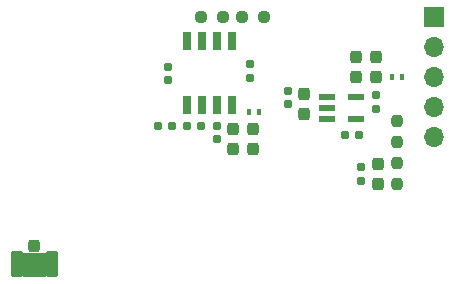
<source format=gbr>
%TF.GenerationSoftware,KiCad,Pcbnew,7.0.10*%
%TF.CreationDate,2024-02-25T20:31:22-06:00*%
%TF.ProjectId,IFBoard,4946426f-6172-4642-9e6b-696361645f70,rev?*%
%TF.SameCoordinates,Original*%
%TF.FileFunction,Soldermask,Top*%
%TF.FilePolarity,Negative*%
%FSLAX46Y46*%
G04 Gerber Fmt 4.6, Leading zero omitted, Abs format (unit mm)*
G04 Created by KiCad (PCBNEW 7.0.10) date 2024-02-25 20:31:22*
%MOMM*%
%LPD*%
G01*
G04 APERTURE LIST*
G04 Aperture macros list*
%AMRoundRect*
0 Rectangle with rounded corners*
0 $1 Rounding radius*
0 $2 $3 $4 $5 $6 $7 $8 $9 X,Y pos of 4 corners*
0 Add a 4 corners polygon primitive as box body*
4,1,4,$2,$3,$4,$5,$6,$7,$8,$9,$2,$3,0*
0 Add four circle primitives for the rounded corners*
1,1,$1+$1,$2,$3*
1,1,$1+$1,$4,$5*
1,1,$1+$1,$6,$7*
1,1,$1+$1,$8,$9*
0 Add four rect primitives between the rounded corners*
20,1,$1+$1,$2,$3,$4,$5,0*
20,1,$1+$1,$4,$5,$6,$7,0*
20,1,$1+$1,$6,$7,$8,$9,0*
20,1,$1+$1,$8,$9,$2,$3,0*%
G04 Aperture macros list end*
%ADD10R,0.400000X0.500000*%
%ADD11R,1.473200X0.558800*%
%ADD12RoundRect,0.237500X-0.237500X0.300000X-0.237500X-0.300000X0.237500X-0.300000X0.237500X0.300000X0*%
%ADD13RoundRect,0.155000X-0.155000X0.212500X-0.155000X-0.212500X0.155000X-0.212500X0.155000X0.212500X0*%
%ADD14RoundRect,0.237500X0.250000X0.237500X-0.250000X0.237500X-0.250000X-0.237500X0.250000X-0.237500X0*%
%ADD15RoundRect,0.160000X0.197500X0.160000X-0.197500X0.160000X-0.197500X-0.160000X0.197500X-0.160000X0*%
%ADD16RoundRect,0.237500X-0.237500X0.250000X-0.237500X-0.250000X0.237500X-0.250000X0.237500X0.250000X0*%
%ADD17R,1.700000X1.700000*%
%ADD18O,1.700000X1.700000*%
%ADD19RoundRect,0.237500X0.237500X-0.300000X0.237500X0.300000X-0.237500X0.300000X-0.237500X-0.300000X0*%
%ADD20RoundRect,0.250000X-0.250000X0.275000X-0.250000X-0.275000X0.250000X-0.275000X0.250000X0.275000X0*%
%ADD21RoundRect,0.250000X-0.275000X0.850000X-0.275000X-0.850000X0.275000X-0.850000X0.275000X0.850000X0*%
%ADD22R,0.650000X1.526000*%
G04 APERTURE END LIST*
%TO.C,J2*%
G36*
X104740000Y-125285000D02*
G01*
X102860000Y-125285000D01*
X102860000Y-127375000D01*
X104740000Y-127375000D01*
X104740000Y-125285000D01*
G37*
%TD*%
D10*
%TO.C,FB1*%
X134100000Y-110400000D03*
X134900000Y-110400000D03*
%TD*%
D11*
%TO.C,IC1*%
X128606200Y-112110200D03*
X128606200Y-113050000D03*
X128606200Y-113989800D03*
X130993800Y-113989800D03*
X130993800Y-112110200D03*
%TD*%
D12*
%TO.C,C10*%
X120595000Y-114794500D03*
X120595000Y-116519500D03*
%TD*%
D13*
%TO.C,C14*%
X122030000Y-109356500D03*
X122030000Y-110491500D03*
%TD*%
D14*
%TO.C,R5*%
X119760000Y-105324000D03*
X117935000Y-105324000D03*
%TD*%
D13*
%TO.C,C5*%
X132750000Y-111982500D03*
X132750000Y-113117500D03*
%TD*%
%TO.C,C7*%
X125250000Y-111582500D03*
X125250000Y-112717500D03*
%TD*%
D15*
%TO.C,R3*%
X131247500Y-115350000D03*
X130052500Y-115350000D03*
%TD*%
%TO.C,R7*%
X115442500Y-114612000D03*
X114247500Y-114612000D03*
%TD*%
D16*
%TO.C,R1*%
X134500000Y-117687500D03*
X134500000Y-119512500D03*
%TD*%
D13*
%TO.C,C15*%
X115130000Y-109556500D03*
X115130000Y-110691500D03*
%TD*%
D17*
%TO.C,J1*%
X137600000Y-105325000D03*
D18*
X137600000Y-107865000D03*
X137600000Y-110405000D03*
X137600000Y-112945000D03*
X137600000Y-115485000D03*
%TD*%
D13*
%TO.C,C2*%
X131450000Y-118056786D03*
X131450000Y-119191786D03*
%TD*%
D12*
%TO.C,C9*%
X122295000Y-114799500D03*
X122295000Y-116524500D03*
%TD*%
D16*
%TO.C,R2*%
X134500000Y-114137500D03*
X134500000Y-115962500D03*
%TD*%
D19*
%TO.C,C3*%
X132750000Y-110412500D03*
X132750000Y-108687500D03*
%TD*%
%TO.C,C4*%
X131000000Y-110412500D03*
X131000000Y-108687500D03*
%TD*%
D20*
%TO.C,J2*%
X103800000Y-124750000D03*
D21*
X105275000Y-126275000D03*
X102325000Y-126275000D03*
%TD*%
D15*
%TO.C,R6*%
X117942500Y-114612000D03*
X116747500Y-114612000D03*
%TD*%
D13*
%TO.C,C8*%
X119245000Y-114539500D03*
X119245000Y-115674500D03*
%TD*%
D14*
%TO.C,R4*%
X123210000Y-105324000D03*
X121385000Y-105324000D03*
%TD*%
D22*
%TO.C,IC2*%
X120500000Y-107400000D03*
X119230000Y-107400000D03*
X117960000Y-107400000D03*
X116690000Y-107400000D03*
X116690000Y-112824000D03*
X117960000Y-112824000D03*
X119230000Y-112824000D03*
X120500000Y-112824000D03*
%TD*%
D12*
%TO.C,C1*%
X132850000Y-117761786D03*
X132850000Y-119486786D03*
%TD*%
D10*
%TO.C,FB2*%
X121995000Y-113362000D03*
X122795000Y-113362000D03*
%TD*%
D12*
%TO.C,C6*%
X126650000Y-111837500D03*
X126650000Y-113562500D03*
%TD*%
M02*

</source>
